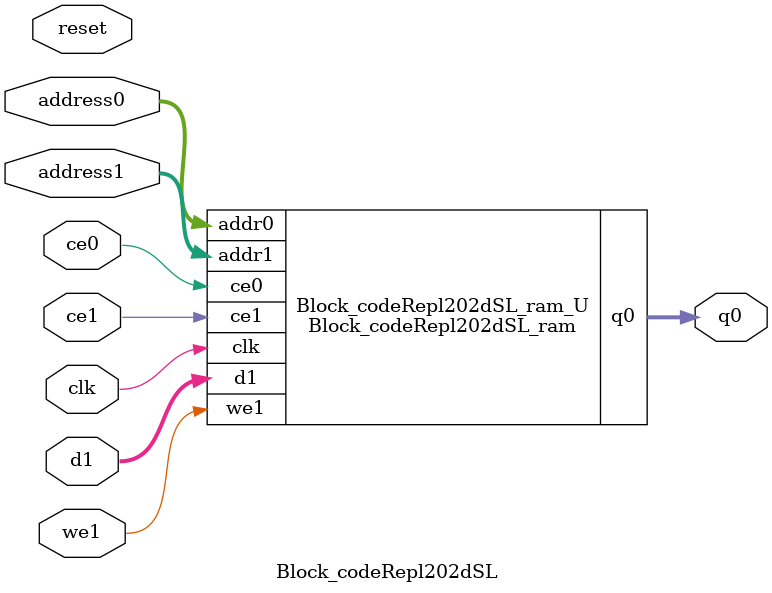
<source format=v>
`timescale 1 ns / 1 ps
module Block_codeRepl202dSL_ram (addr0, ce0, q0, addr1, ce1, d1, we1,  clk);

parameter DWIDTH = 6;
parameter AWIDTH = 6;
parameter MEM_SIZE = 42;

input[AWIDTH-1:0] addr0;
input ce0;
output reg[DWIDTH-1:0] q0;
input[AWIDTH-1:0] addr1;
input ce1;
input[DWIDTH-1:0] d1;
input we1;
input clk;

(* ram_style = "distributed" *)reg [DWIDTH-1:0] ram[0:MEM_SIZE-1];




always @(posedge clk)  
begin 
    if (ce0) begin
        q0 <= ram[addr0];
    end
end


always @(posedge clk)  
begin 
    if (ce1) begin
        if (we1) 
            ram[addr1] <= d1; 
    end
end


endmodule

`timescale 1 ns / 1 ps
module Block_codeRepl202dSL(
    reset,
    clk,
    address0,
    ce0,
    q0,
    address1,
    ce1,
    we1,
    d1);

parameter DataWidth = 32'd6;
parameter AddressRange = 32'd42;
parameter AddressWidth = 32'd6;
input reset;
input clk;
input[AddressWidth - 1:0] address0;
input ce0;
output[DataWidth - 1:0] q0;
input[AddressWidth - 1:0] address1;
input ce1;
input we1;
input[DataWidth - 1:0] d1;



Block_codeRepl202dSL_ram Block_codeRepl202dSL_ram_U(
    .clk( clk ),
    .addr0( address0 ),
    .ce0( ce0 ),
    .q0( q0 ),
    .addr1( address1 ),
    .ce1( ce1 ),
    .we1( we1 ),
    .d1( d1 ));

endmodule


</source>
